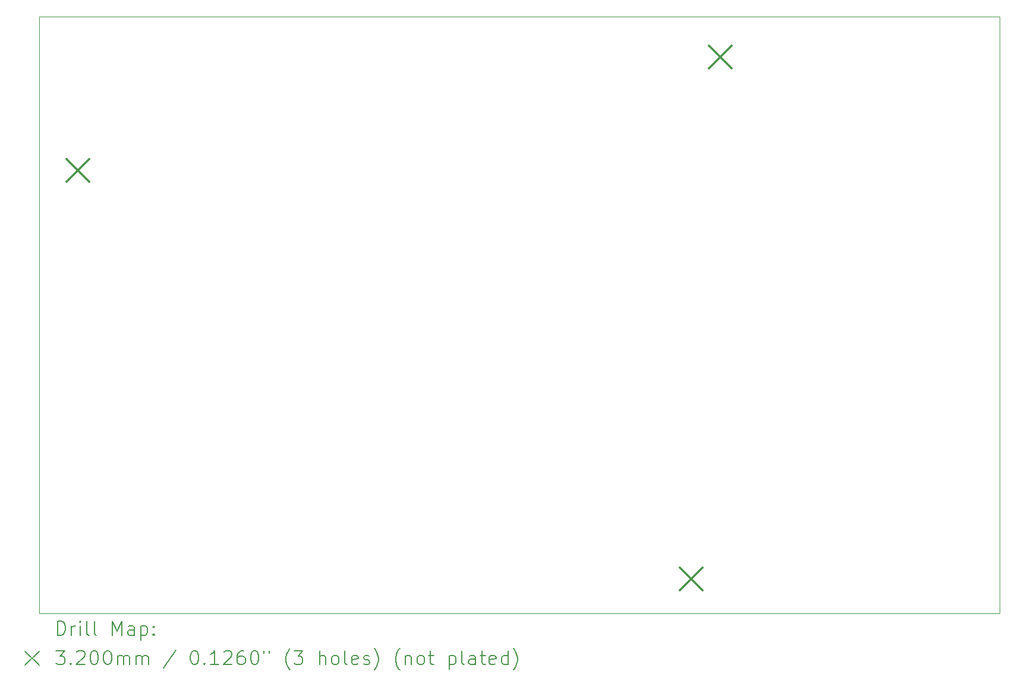
<source format=gbr>
%TF.GenerationSoftware,KiCad,Pcbnew,8.0.0*%
%TF.CreationDate,2024-11-08T21:50:39+01:00*%
%TF.ProjectId,Coincidence_board,436f696e-6369-4646-956e-63655f626f61,rev?*%
%TF.SameCoordinates,Original*%
%TF.FileFunction,Drillmap*%
%TF.FilePolarity,Positive*%
%FSLAX45Y45*%
G04 Gerber Fmt 4.5, Leading zero omitted, Abs format (unit mm)*
G04 Created by KiCad (PCBNEW 8.0.0) date 2024-11-08 21:50:39*
%MOMM*%
%LPD*%
G01*
G04 APERTURE LIST*
%ADD10C,0.050000*%
%ADD11C,0.200000*%
%ADD12C,0.320000*%
G04 APERTURE END LIST*
D10*
X12350000Y-6545000D02*
X26030000Y-6545000D01*
X26030000Y-15050000D01*
X12350000Y-15050000D01*
X12350000Y-6545000D01*
D11*
D12*
X12740000Y-8580000D02*
X13060000Y-8900000D01*
X13060000Y-8580000D02*
X12740000Y-8900000D01*
X21480000Y-14400000D02*
X21800000Y-14720000D01*
X21800000Y-14400000D02*
X21480000Y-14720000D01*
X21890000Y-6960000D02*
X22210000Y-7280000D01*
X22210000Y-6960000D02*
X21890000Y-7280000D01*
D11*
X12608277Y-15363984D02*
X12608277Y-15163984D01*
X12608277Y-15163984D02*
X12655896Y-15163984D01*
X12655896Y-15163984D02*
X12684467Y-15173508D01*
X12684467Y-15173508D02*
X12703515Y-15192555D01*
X12703515Y-15192555D02*
X12713039Y-15211603D01*
X12713039Y-15211603D02*
X12722562Y-15249698D01*
X12722562Y-15249698D02*
X12722562Y-15278269D01*
X12722562Y-15278269D02*
X12713039Y-15316365D01*
X12713039Y-15316365D02*
X12703515Y-15335412D01*
X12703515Y-15335412D02*
X12684467Y-15354460D01*
X12684467Y-15354460D02*
X12655896Y-15363984D01*
X12655896Y-15363984D02*
X12608277Y-15363984D01*
X12808277Y-15363984D02*
X12808277Y-15230650D01*
X12808277Y-15268746D02*
X12817801Y-15249698D01*
X12817801Y-15249698D02*
X12827324Y-15240174D01*
X12827324Y-15240174D02*
X12846372Y-15230650D01*
X12846372Y-15230650D02*
X12865420Y-15230650D01*
X12932086Y-15363984D02*
X12932086Y-15230650D01*
X12932086Y-15163984D02*
X12922562Y-15173508D01*
X12922562Y-15173508D02*
X12932086Y-15183031D01*
X12932086Y-15183031D02*
X12941610Y-15173508D01*
X12941610Y-15173508D02*
X12932086Y-15163984D01*
X12932086Y-15163984D02*
X12932086Y-15183031D01*
X13055896Y-15363984D02*
X13036848Y-15354460D01*
X13036848Y-15354460D02*
X13027324Y-15335412D01*
X13027324Y-15335412D02*
X13027324Y-15163984D01*
X13160658Y-15363984D02*
X13141610Y-15354460D01*
X13141610Y-15354460D02*
X13132086Y-15335412D01*
X13132086Y-15335412D02*
X13132086Y-15163984D01*
X13389229Y-15363984D02*
X13389229Y-15163984D01*
X13389229Y-15163984D02*
X13455896Y-15306841D01*
X13455896Y-15306841D02*
X13522562Y-15163984D01*
X13522562Y-15163984D02*
X13522562Y-15363984D01*
X13703515Y-15363984D02*
X13703515Y-15259222D01*
X13703515Y-15259222D02*
X13693991Y-15240174D01*
X13693991Y-15240174D02*
X13674943Y-15230650D01*
X13674943Y-15230650D02*
X13636848Y-15230650D01*
X13636848Y-15230650D02*
X13617801Y-15240174D01*
X13703515Y-15354460D02*
X13684467Y-15363984D01*
X13684467Y-15363984D02*
X13636848Y-15363984D01*
X13636848Y-15363984D02*
X13617801Y-15354460D01*
X13617801Y-15354460D02*
X13608277Y-15335412D01*
X13608277Y-15335412D02*
X13608277Y-15316365D01*
X13608277Y-15316365D02*
X13617801Y-15297317D01*
X13617801Y-15297317D02*
X13636848Y-15287793D01*
X13636848Y-15287793D02*
X13684467Y-15287793D01*
X13684467Y-15287793D02*
X13703515Y-15278269D01*
X13798753Y-15230650D02*
X13798753Y-15430650D01*
X13798753Y-15240174D02*
X13817801Y-15230650D01*
X13817801Y-15230650D02*
X13855896Y-15230650D01*
X13855896Y-15230650D02*
X13874943Y-15240174D01*
X13874943Y-15240174D02*
X13884467Y-15249698D01*
X13884467Y-15249698D02*
X13893991Y-15268746D01*
X13893991Y-15268746D02*
X13893991Y-15325888D01*
X13893991Y-15325888D02*
X13884467Y-15344936D01*
X13884467Y-15344936D02*
X13874943Y-15354460D01*
X13874943Y-15354460D02*
X13855896Y-15363984D01*
X13855896Y-15363984D02*
X13817801Y-15363984D01*
X13817801Y-15363984D02*
X13798753Y-15354460D01*
X13979705Y-15344936D02*
X13989229Y-15354460D01*
X13989229Y-15354460D02*
X13979705Y-15363984D01*
X13979705Y-15363984D02*
X13970182Y-15354460D01*
X13970182Y-15354460D02*
X13979705Y-15344936D01*
X13979705Y-15344936D02*
X13979705Y-15363984D01*
X13979705Y-15240174D02*
X13989229Y-15249698D01*
X13989229Y-15249698D02*
X13979705Y-15259222D01*
X13979705Y-15259222D02*
X13970182Y-15249698D01*
X13970182Y-15249698D02*
X13979705Y-15240174D01*
X13979705Y-15240174D02*
X13979705Y-15259222D01*
X12147500Y-15592500D02*
X12347500Y-15792500D01*
X12347500Y-15592500D02*
X12147500Y-15792500D01*
X12589229Y-15583984D02*
X12713039Y-15583984D01*
X12713039Y-15583984D02*
X12646372Y-15660174D01*
X12646372Y-15660174D02*
X12674943Y-15660174D01*
X12674943Y-15660174D02*
X12693991Y-15669698D01*
X12693991Y-15669698D02*
X12703515Y-15679222D01*
X12703515Y-15679222D02*
X12713039Y-15698269D01*
X12713039Y-15698269D02*
X12713039Y-15745888D01*
X12713039Y-15745888D02*
X12703515Y-15764936D01*
X12703515Y-15764936D02*
X12693991Y-15774460D01*
X12693991Y-15774460D02*
X12674943Y-15783984D01*
X12674943Y-15783984D02*
X12617801Y-15783984D01*
X12617801Y-15783984D02*
X12598753Y-15774460D01*
X12598753Y-15774460D02*
X12589229Y-15764936D01*
X12798753Y-15764936D02*
X12808277Y-15774460D01*
X12808277Y-15774460D02*
X12798753Y-15783984D01*
X12798753Y-15783984D02*
X12789229Y-15774460D01*
X12789229Y-15774460D02*
X12798753Y-15764936D01*
X12798753Y-15764936D02*
X12798753Y-15783984D01*
X12884467Y-15603031D02*
X12893991Y-15593508D01*
X12893991Y-15593508D02*
X12913039Y-15583984D01*
X12913039Y-15583984D02*
X12960658Y-15583984D01*
X12960658Y-15583984D02*
X12979705Y-15593508D01*
X12979705Y-15593508D02*
X12989229Y-15603031D01*
X12989229Y-15603031D02*
X12998753Y-15622079D01*
X12998753Y-15622079D02*
X12998753Y-15641127D01*
X12998753Y-15641127D02*
X12989229Y-15669698D01*
X12989229Y-15669698D02*
X12874943Y-15783984D01*
X12874943Y-15783984D02*
X12998753Y-15783984D01*
X13122562Y-15583984D02*
X13141610Y-15583984D01*
X13141610Y-15583984D02*
X13160658Y-15593508D01*
X13160658Y-15593508D02*
X13170182Y-15603031D01*
X13170182Y-15603031D02*
X13179705Y-15622079D01*
X13179705Y-15622079D02*
X13189229Y-15660174D01*
X13189229Y-15660174D02*
X13189229Y-15707793D01*
X13189229Y-15707793D02*
X13179705Y-15745888D01*
X13179705Y-15745888D02*
X13170182Y-15764936D01*
X13170182Y-15764936D02*
X13160658Y-15774460D01*
X13160658Y-15774460D02*
X13141610Y-15783984D01*
X13141610Y-15783984D02*
X13122562Y-15783984D01*
X13122562Y-15783984D02*
X13103515Y-15774460D01*
X13103515Y-15774460D02*
X13093991Y-15764936D01*
X13093991Y-15764936D02*
X13084467Y-15745888D01*
X13084467Y-15745888D02*
X13074943Y-15707793D01*
X13074943Y-15707793D02*
X13074943Y-15660174D01*
X13074943Y-15660174D02*
X13084467Y-15622079D01*
X13084467Y-15622079D02*
X13093991Y-15603031D01*
X13093991Y-15603031D02*
X13103515Y-15593508D01*
X13103515Y-15593508D02*
X13122562Y-15583984D01*
X13313039Y-15583984D02*
X13332086Y-15583984D01*
X13332086Y-15583984D02*
X13351134Y-15593508D01*
X13351134Y-15593508D02*
X13360658Y-15603031D01*
X13360658Y-15603031D02*
X13370182Y-15622079D01*
X13370182Y-15622079D02*
X13379705Y-15660174D01*
X13379705Y-15660174D02*
X13379705Y-15707793D01*
X13379705Y-15707793D02*
X13370182Y-15745888D01*
X13370182Y-15745888D02*
X13360658Y-15764936D01*
X13360658Y-15764936D02*
X13351134Y-15774460D01*
X13351134Y-15774460D02*
X13332086Y-15783984D01*
X13332086Y-15783984D02*
X13313039Y-15783984D01*
X13313039Y-15783984D02*
X13293991Y-15774460D01*
X13293991Y-15774460D02*
X13284467Y-15764936D01*
X13284467Y-15764936D02*
X13274943Y-15745888D01*
X13274943Y-15745888D02*
X13265420Y-15707793D01*
X13265420Y-15707793D02*
X13265420Y-15660174D01*
X13265420Y-15660174D02*
X13274943Y-15622079D01*
X13274943Y-15622079D02*
X13284467Y-15603031D01*
X13284467Y-15603031D02*
X13293991Y-15593508D01*
X13293991Y-15593508D02*
X13313039Y-15583984D01*
X13465420Y-15783984D02*
X13465420Y-15650650D01*
X13465420Y-15669698D02*
X13474943Y-15660174D01*
X13474943Y-15660174D02*
X13493991Y-15650650D01*
X13493991Y-15650650D02*
X13522563Y-15650650D01*
X13522563Y-15650650D02*
X13541610Y-15660174D01*
X13541610Y-15660174D02*
X13551134Y-15679222D01*
X13551134Y-15679222D02*
X13551134Y-15783984D01*
X13551134Y-15679222D02*
X13560658Y-15660174D01*
X13560658Y-15660174D02*
X13579705Y-15650650D01*
X13579705Y-15650650D02*
X13608277Y-15650650D01*
X13608277Y-15650650D02*
X13627324Y-15660174D01*
X13627324Y-15660174D02*
X13636848Y-15679222D01*
X13636848Y-15679222D02*
X13636848Y-15783984D01*
X13732086Y-15783984D02*
X13732086Y-15650650D01*
X13732086Y-15669698D02*
X13741610Y-15660174D01*
X13741610Y-15660174D02*
X13760658Y-15650650D01*
X13760658Y-15650650D02*
X13789229Y-15650650D01*
X13789229Y-15650650D02*
X13808277Y-15660174D01*
X13808277Y-15660174D02*
X13817801Y-15679222D01*
X13817801Y-15679222D02*
X13817801Y-15783984D01*
X13817801Y-15679222D02*
X13827324Y-15660174D01*
X13827324Y-15660174D02*
X13846372Y-15650650D01*
X13846372Y-15650650D02*
X13874943Y-15650650D01*
X13874943Y-15650650D02*
X13893991Y-15660174D01*
X13893991Y-15660174D02*
X13903515Y-15679222D01*
X13903515Y-15679222D02*
X13903515Y-15783984D01*
X14293991Y-15574460D02*
X14122563Y-15831603D01*
X14551134Y-15583984D02*
X14570182Y-15583984D01*
X14570182Y-15583984D02*
X14589229Y-15593508D01*
X14589229Y-15593508D02*
X14598753Y-15603031D01*
X14598753Y-15603031D02*
X14608277Y-15622079D01*
X14608277Y-15622079D02*
X14617801Y-15660174D01*
X14617801Y-15660174D02*
X14617801Y-15707793D01*
X14617801Y-15707793D02*
X14608277Y-15745888D01*
X14608277Y-15745888D02*
X14598753Y-15764936D01*
X14598753Y-15764936D02*
X14589229Y-15774460D01*
X14589229Y-15774460D02*
X14570182Y-15783984D01*
X14570182Y-15783984D02*
X14551134Y-15783984D01*
X14551134Y-15783984D02*
X14532086Y-15774460D01*
X14532086Y-15774460D02*
X14522563Y-15764936D01*
X14522563Y-15764936D02*
X14513039Y-15745888D01*
X14513039Y-15745888D02*
X14503515Y-15707793D01*
X14503515Y-15707793D02*
X14503515Y-15660174D01*
X14503515Y-15660174D02*
X14513039Y-15622079D01*
X14513039Y-15622079D02*
X14522563Y-15603031D01*
X14522563Y-15603031D02*
X14532086Y-15593508D01*
X14532086Y-15593508D02*
X14551134Y-15583984D01*
X14703515Y-15764936D02*
X14713039Y-15774460D01*
X14713039Y-15774460D02*
X14703515Y-15783984D01*
X14703515Y-15783984D02*
X14693991Y-15774460D01*
X14693991Y-15774460D02*
X14703515Y-15764936D01*
X14703515Y-15764936D02*
X14703515Y-15783984D01*
X14903515Y-15783984D02*
X14789229Y-15783984D01*
X14846372Y-15783984D02*
X14846372Y-15583984D01*
X14846372Y-15583984D02*
X14827325Y-15612555D01*
X14827325Y-15612555D02*
X14808277Y-15631603D01*
X14808277Y-15631603D02*
X14789229Y-15641127D01*
X14979706Y-15603031D02*
X14989229Y-15593508D01*
X14989229Y-15593508D02*
X15008277Y-15583984D01*
X15008277Y-15583984D02*
X15055896Y-15583984D01*
X15055896Y-15583984D02*
X15074944Y-15593508D01*
X15074944Y-15593508D02*
X15084467Y-15603031D01*
X15084467Y-15603031D02*
X15093991Y-15622079D01*
X15093991Y-15622079D02*
X15093991Y-15641127D01*
X15093991Y-15641127D02*
X15084467Y-15669698D01*
X15084467Y-15669698D02*
X14970182Y-15783984D01*
X14970182Y-15783984D02*
X15093991Y-15783984D01*
X15265420Y-15583984D02*
X15227325Y-15583984D01*
X15227325Y-15583984D02*
X15208277Y-15593508D01*
X15208277Y-15593508D02*
X15198753Y-15603031D01*
X15198753Y-15603031D02*
X15179706Y-15631603D01*
X15179706Y-15631603D02*
X15170182Y-15669698D01*
X15170182Y-15669698D02*
X15170182Y-15745888D01*
X15170182Y-15745888D02*
X15179706Y-15764936D01*
X15179706Y-15764936D02*
X15189229Y-15774460D01*
X15189229Y-15774460D02*
X15208277Y-15783984D01*
X15208277Y-15783984D02*
X15246372Y-15783984D01*
X15246372Y-15783984D02*
X15265420Y-15774460D01*
X15265420Y-15774460D02*
X15274944Y-15764936D01*
X15274944Y-15764936D02*
X15284467Y-15745888D01*
X15284467Y-15745888D02*
X15284467Y-15698269D01*
X15284467Y-15698269D02*
X15274944Y-15679222D01*
X15274944Y-15679222D02*
X15265420Y-15669698D01*
X15265420Y-15669698D02*
X15246372Y-15660174D01*
X15246372Y-15660174D02*
X15208277Y-15660174D01*
X15208277Y-15660174D02*
X15189229Y-15669698D01*
X15189229Y-15669698D02*
X15179706Y-15679222D01*
X15179706Y-15679222D02*
X15170182Y-15698269D01*
X15408277Y-15583984D02*
X15427325Y-15583984D01*
X15427325Y-15583984D02*
X15446372Y-15593508D01*
X15446372Y-15593508D02*
X15455896Y-15603031D01*
X15455896Y-15603031D02*
X15465420Y-15622079D01*
X15465420Y-15622079D02*
X15474944Y-15660174D01*
X15474944Y-15660174D02*
X15474944Y-15707793D01*
X15474944Y-15707793D02*
X15465420Y-15745888D01*
X15465420Y-15745888D02*
X15455896Y-15764936D01*
X15455896Y-15764936D02*
X15446372Y-15774460D01*
X15446372Y-15774460D02*
X15427325Y-15783984D01*
X15427325Y-15783984D02*
X15408277Y-15783984D01*
X15408277Y-15783984D02*
X15389229Y-15774460D01*
X15389229Y-15774460D02*
X15379706Y-15764936D01*
X15379706Y-15764936D02*
X15370182Y-15745888D01*
X15370182Y-15745888D02*
X15360658Y-15707793D01*
X15360658Y-15707793D02*
X15360658Y-15660174D01*
X15360658Y-15660174D02*
X15370182Y-15622079D01*
X15370182Y-15622079D02*
X15379706Y-15603031D01*
X15379706Y-15603031D02*
X15389229Y-15593508D01*
X15389229Y-15593508D02*
X15408277Y-15583984D01*
X15551134Y-15583984D02*
X15551134Y-15622079D01*
X15627325Y-15583984D02*
X15627325Y-15622079D01*
X15922563Y-15860174D02*
X15913039Y-15850650D01*
X15913039Y-15850650D02*
X15893991Y-15822079D01*
X15893991Y-15822079D02*
X15884468Y-15803031D01*
X15884468Y-15803031D02*
X15874944Y-15774460D01*
X15874944Y-15774460D02*
X15865420Y-15726841D01*
X15865420Y-15726841D02*
X15865420Y-15688746D01*
X15865420Y-15688746D02*
X15874944Y-15641127D01*
X15874944Y-15641127D02*
X15884468Y-15612555D01*
X15884468Y-15612555D02*
X15893991Y-15593508D01*
X15893991Y-15593508D02*
X15913039Y-15564936D01*
X15913039Y-15564936D02*
X15922563Y-15555412D01*
X15979706Y-15583984D02*
X16103515Y-15583984D01*
X16103515Y-15583984D02*
X16036848Y-15660174D01*
X16036848Y-15660174D02*
X16065420Y-15660174D01*
X16065420Y-15660174D02*
X16084468Y-15669698D01*
X16084468Y-15669698D02*
X16093991Y-15679222D01*
X16093991Y-15679222D02*
X16103515Y-15698269D01*
X16103515Y-15698269D02*
X16103515Y-15745888D01*
X16103515Y-15745888D02*
X16093991Y-15764936D01*
X16093991Y-15764936D02*
X16084468Y-15774460D01*
X16084468Y-15774460D02*
X16065420Y-15783984D01*
X16065420Y-15783984D02*
X16008277Y-15783984D01*
X16008277Y-15783984D02*
X15989229Y-15774460D01*
X15989229Y-15774460D02*
X15979706Y-15764936D01*
X16341610Y-15783984D02*
X16341610Y-15583984D01*
X16427325Y-15783984D02*
X16427325Y-15679222D01*
X16427325Y-15679222D02*
X16417801Y-15660174D01*
X16417801Y-15660174D02*
X16398753Y-15650650D01*
X16398753Y-15650650D02*
X16370182Y-15650650D01*
X16370182Y-15650650D02*
X16351134Y-15660174D01*
X16351134Y-15660174D02*
X16341610Y-15669698D01*
X16551134Y-15783984D02*
X16532087Y-15774460D01*
X16532087Y-15774460D02*
X16522563Y-15764936D01*
X16522563Y-15764936D02*
X16513039Y-15745888D01*
X16513039Y-15745888D02*
X16513039Y-15688746D01*
X16513039Y-15688746D02*
X16522563Y-15669698D01*
X16522563Y-15669698D02*
X16532087Y-15660174D01*
X16532087Y-15660174D02*
X16551134Y-15650650D01*
X16551134Y-15650650D02*
X16579706Y-15650650D01*
X16579706Y-15650650D02*
X16598753Y-15660174D01*
X16598753Y-15660174D02*
X16608277Y-15669698D01*
X16608277Y-15669698D02*
X16617801Y-15688746D01*
X16617801Y-15688746D02*
X16617801Y-15745888D01*
X16617801Y-15745888D02*
X16608277Y-15764936D01*
X16608277Y-15764936D02*
X16598753Y-15774460D01*
X16598753Y-15774460D02*
X16579706Y-15783984D01*
X16579706Y-15783984D02*
X16551134Y-15783984D01*
X16732087Y-15783984D02*
X16713039Y-15774460D01*
X16713039Y-15774460D02*
X16703515Y-15755412D01*
X16703515Y-15755412D02*
X16703515Y-15583984D01*
X16884468Y-15774460D02*
X16865420Y-15783984D01*
X16865420Y-15783984D02*
X16827325Y-15783984D01*
X16827325Y-15783984D02*
X16808277Y-15774460D01*
X16808277Y-15774460D02*
X16798753Y-15755412D01*
X16798753Y-15755412D02*
X16798753Y-15679222D01*
X16798753Y-15679222D02*
X16808277Y-15660174D01*
X16808277Y-15660174D02*
X16827325Y-15650650D01*
X16827325Y-15650650D02*
X16865420Y-15650650D01*
X16865420Y-15650650D02*
X16884468Y-15660174D01*
X16884468Y-15660174D02*
X16893992Y-15679222D01*
X16893992Y-15679222D02*
X16893992Y-15698269D01*
X16893992Y-15698269D02*
X16798753Y-15717317D01*
X16970182Y-15774460D02*
X16989230Y-15783984D01*
X16989230Y-15783984D02*
X17027325Y-15783984D01*
X17027325Y-15783984D02*
X17046373Y-15774460D01*
X17046373Y-15774460D02*
X17055896Y-15755412D01*
X17055896Y-15755412D02*
X17055896Y-15745888D01*
X17055896Y-15745888D02*
X17046373Y-15726841D01*
X17046373Y-15726841D02*
X17027325Y-15717317D01*
X17027325Y-15717317D02*
X16998753Y-15717317D01*
X16998753Y-15717317D02*
X16979706Y-15707793D01*
X16979706Y-15707793D02*
X16970182Y-15688746D01*
X16970182Y-15688746D02*
X16970182Y-15679222D01*
X16970182Y-15679222D02*
X16979706Y-15660174D01*
X16979706Y-15660174D02*
X16998753Y-15650650D01*
X16998753Y-15650650D02*
X17027325Y-15650650D01*
X17027325Y-15650650D02*
X17046373Y-15660174D01*
X17122563Y-15860174D02*
X17132087Y-15850650D01*
X17132087Y-15850650D02*
X17151134Y-15822079D01*
X17151134Y-15822079D02*
X17160658Y-15803031D01*
X17160658Y-15803031D02*
X17170182Y-15774460D01*
X17170182Y-15774460D02*
X17179706Y-15726841D01*
X17179706Y-15726841D02*
X17179706Y-15688746D01*
X17179706Y-15688746D02*
X17170182Y-15641127D01*
X17170182Y-15641127D02*
X17160658Y-15612555D01*
X17160658Y-15612555D02*
X17151134Y-15593508D01*
X17151134Y-15593508D02*
X17132087Y-15564936D01*
X17132087Y-15564936D02*
X17122563Y-15555412D01*
X17484468Y-15860174D02*
X17474944Y-15850650D01*
X17474944Y-15850650D02*
X17455896Y-15822079D01*
X17455896Y-15822079D02*
X17446373Y-15803031D01*
X17446373Y-15803031D02*
X17436849Y-15774460D01*
X17436849Y-15774460D02*
X17427325Y-15726841D01*
X17427325Y-15726841D02*
X17427325Y-15688746D01*
X17427325Y-15688746D02*
X17436849Y-15641127D01*
X17436849Y-15641127D02*
X17446373Y-15612555D01*
X17446373Y-15612555D02*
X17455896Y-15593508D01*
X17455896Y-15593508D02*
X17474944Y-15564936D01*
X17474944Y-15564936D02*
X17484468Y-15555412D01*
X17560658Y-15650650D02*
X17560658Y-15783984D01*
X17560658Y-15669698D02*
X17570182Y-15660174D01*
X17570182Y-15660174D02*
X17589230Y-15650650D01*
X17589230Y-15650650D02*
X17617801Y-15650650D01*
X17617801Y-15650650D02*
X17636849Y-15660174D01*
X17636849Y-15660174D02*
X17646373Y-15679222D01*
X17646373Y-15679222D02*
X17646373Y-15783984D01*
X17770182Y-15783984D02*
X17751134Y-15774460D01*
X17751134Y-15774460D02*
X17741611Y-15764936D01*
X17741611Y-15764936D02*
X17732087Y-15745888D01*
X17732087Y-15745888D02*
X17732087Y-15688746D01*
X17732087Y-15688746D02*
X17741611Y-15669698D01*
X17741611Y-15669698D02*
X17751134Y-15660174D01*
X17751134Y-15660174D02*
X17770182Y-15650650D01*
X17770182Y-15650650D02*
X17798754Y-15650650D01*
X17798754Y-15650650D02*
X17817801Y-15660174D01*
X17817801Y-15660174D02*
X17827325Y-15669698D01*
X17827325Y-15669698D02*
X17836849Y-15688746D01*
X17836849Y-15688746D02*
X17836849Y-15745888D01*
X17836849Y-15745888D02*
X17827325Y-15764936D01*
X17827325Y-15764936D02*
X17817801Y-15774460D01*
X17817801Y-15774460D02*
X17798754Y-15783984D01*
X17798754Y-15783984D02*
X17770182Y-15783984D01*
X17893992Y-15650650D02*
X17970182Y-15650650D01*
X17922563Y-15583984D02*
X17922563Y-15755412D01*
X17922563Y-15755412D02*
X17932087Y-15774460D01*
X17932087Y-15774460D02*
X17951134Y-15783984D01*
X17951134Y-15783984D02*
X17970182Y-15783984D01*
X18189230Y-15650650D02*
X18189230Y-15850650D01*
X18189230Y-15660174D02*
X18208277Y-15650650D01*
X18208277Y-15650650D02*
X18246373Y-15650650D01*
X18246373Y-15650650D02*
X18265420Y-15660174D01*
X18265420Y-15660174D02*
X18274944Y-15669698D01*
X18274944Y-15669698D02*
X18284468Y-15688746D01*
X18284468Y-15688746D02*
X18284468Y-15745888D01*
X18284468Y-15745888D02*
X18274944Y-15764936D01*
X18274944Y-15764936D02*
X18265420Y-15774460D01*
X18265420Y-15774460D02*
X18246373Y-15783984D01*
X18246373Y-15783984D02*
X18208277Y-15783984D01*
X18208277Y-15783984D02*
X18189230Y-15774460D01*
X18398754Y-15783984D02*
X18379706Y-15774460D01*
X18379706Y-15774460D02*
X18370182Y-15755412D01*
X18370182Y-15755412D02*
X18370182Y-15583984D01*
X18560658Y-15783984D02*
X18560658Y-15679222D01*
X18560658Y-15679222D02*
X18551135Y-15660174D01*
X18551135Y-15660174D02*
X18532087Y-15650650D01*
X18532087Y-15650650D02*
X18493992Y-15650650D01*
X18493992Y-15650650D02*
X18474944Y-15660174D01*
X18560658Y-15774460D02*
X18541611Y-15783984D01*
X18541611Y-15783984D02*
X18493992Y-15783984D01*
X18493992Y-15783984D02*
X18474944Y-15774460D01*
X18474944Y-15774460D02*
X18465420Y-15755412D01*
X18465420Y-15755412D02*
X18465420Y-15736365D01*
X18465420Y-15736365D02*
X18474944Y-15717317D01*
X18474944Y-15717317D02*
X18493992Y-15707793D01*
X18493992Y-15707793D02*
X18541611Y-15707793D01*
X18541611Y-15707793D02*
X18560658Y-15698269D01*
X18627325Y-15650650D02*
X18703515Y-15650650D01*
X18655896Y-15583984D02*
X18655896Y-15755412D01*
X18655896Y-15755412D02*
X18665420Y-15774460D01*
X18665420Y-15774460D02*
X18684468Y-15783984D01*
X18684468Y-15783984D02*
X18703515Y-15783984D01*
X18846373Y-15774460D02*
X18827325Y-15783984D01*
X18827325Y-15783984D02*
X18789230Y-15783984D01*
X18789230Y-15783984D02*
X18770182Y-15774460D01*
X18770182Y-15774460D02*
X18760658Y-15755412D01*
X18760658Y-15755412D02*
X18760658Y-15679222D01*
X18760658Y-15679222D02*
X18770182Y-15660174D01*
X18770182Y-15660174D02*
X18789230Y-15650650D01*
X18789230Y-15650650D02*
X18827325Y-15650650D01*
X18827325Y-15650650D02*
X18846373Y-15660174D01*
X18846373Y-15660174D02*
X18855896Y-15679222D01*
X18855896Y-15679222D02*
X18855896Y-15698269D01*
X18855896Y-15698269D02*
X18760658Y-15717317D01*
X19027325Y-15783984D02*
X19027325Y-15583984D01*
X19027325Y-15774460D02*
X19008277Y-15783984D01*
X19008277Y-15783984D02*
X18970182Y-15783984D01*
X18970182Y-15783984D02*
X18951135Y-15774460D01*
X18951135Y-15774460D02*
X18941611Y-15764936D01*
X18941611Y-15764936D02*
X18932087Y-15745888D01*
X18932087Y-15745888D02*
X18932087Y-15688746D01*
X18932087Y-15688746D02*
X18941611Y-15669698D01*
X18941611Y-15669698D02*
X18951135Y-15660174D01*
X18951135Y-15660174D02*
X18970182Y-15650650D01*
X18970182Y-15650650D02*
X19008277Y-15650650D01*
X19008277Y-15650650D02*
X19027325Y-15660174D01*
X19103516Y-15860174D02*
X19113039Y-15850650D01*
X19113039Y-15850650D02*
X19132087Y-15822079D01*
X19132087Y-15822079D02*
X19141611Y-15803031D01*
X19141611Y-15803031D02*
X19151135Y-15774460D01*
X19151135Y-15774460D02*
X19160658Y-15726841D01*
X19160658Y-15726841D02*
X19160658Y-15688746D01*
X19160658Y-15688746D02*
X19151135Y-15641127D01*
X19151135Y-15641127D02*
X19141611Y-15612555D01*
X19141611Y-15612555D02*
X19132087Y-15593508D01*
X19132087Y-15593508D02*
X19113039Y-15564936D01*
X19113039Y-15564936D02*
X19103516Y-15555412D01*
M02*

</source>
